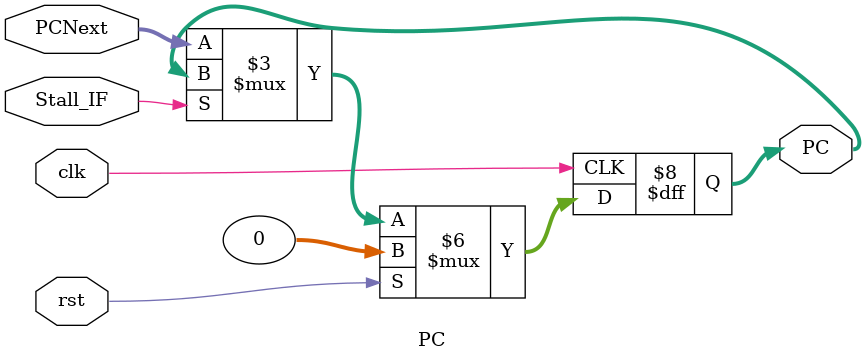
<source format=v>

`timescale 1ps/1ps



module PC (clk, rst, Stall_IF ,PC,PCNext);

input clk,rst,Stall_IF ;
input [31:0] PCNext;   //PCnext is the next value of PC
output reg [31:0] PC;  //PC is the current value of PC

always @ (posedge clk) //clock and reset always block 
begin
    if(rst) PC<=0;              //on initial run where reset=1, we will set PC to zero,
    else if(Stall_IF) PC<=PC;
    else PC<=PCNext;            //otherwise when clock signal is input and reset=0, 
			              //we will set the PC
                                //to the next value

#500; //delay time of instruction memory is included here as PC is directly 
      //related to instruction memory

end
    
endmodule


</source>
